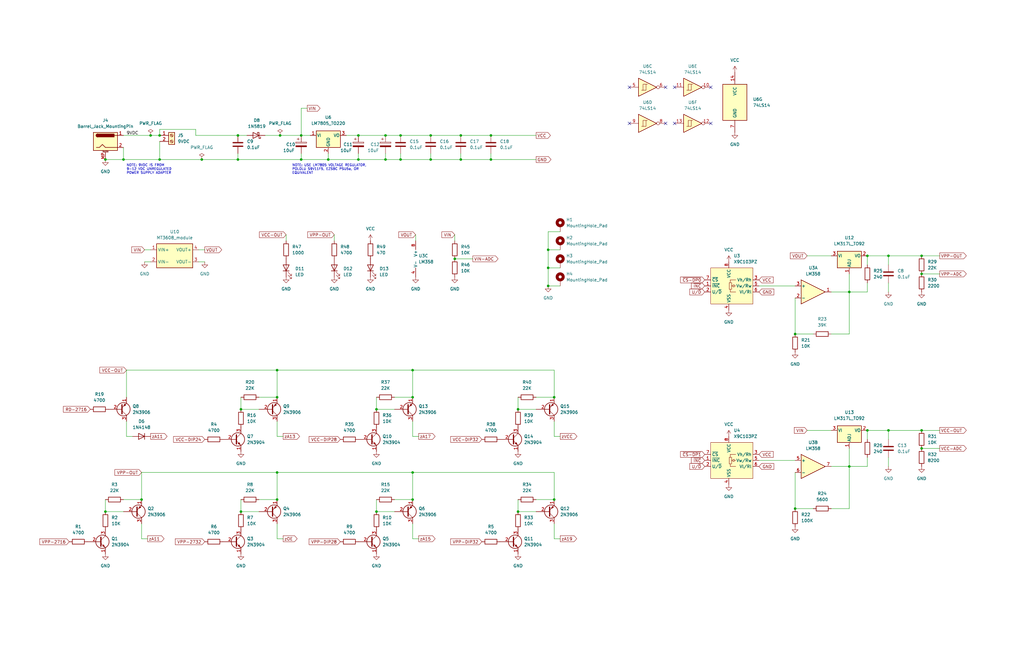
<source format=kicad_sch>
(kicad_sch (version 20211123) (generator eeschema)
  (paper "B")
  (junction (at 116.84 210.82))
  (junction (at 218.44 215.9))
  (junction (at 158.75 172.72))
  (junction (at 388.62 107.95))
  (junction (at 388.62 189.23))
  (junction (at 127 67.31))
  (junction (at 85.09 67.31))
  (junction (at 138.43 67.31))
  (junction (at 173.99 156.21))
  (junction (at 365.76 181.61))
  (junction (at 207.01 57.15))
  (junction (at 231.14 120.65))
  (junction (at 231.14 113.03))
  (junction (at 101.6 215.9))
  (junction (at 168.91 57.15))
  (junction (at 181.61 57.15))
  (junction (at 358.14 196.85))
  (junction (at 181.61 67.31))
  (junction (at 173.99 210.82))
  (junction (at 374.65 181.61))
  (junction (at 194.31 67.31))
  (junction (at 44.45 67.31))
  (junction (at 63.5 57.15))
  (junction (at 335.28 214.63))
  (junction (at 127 57.15))
  (junction (at 358.14 123.19))
  (junction (at 218.44 172.72))
  (junction (at 388.62 115.57))
  (junction (at 59.69 210.82))
  (junction (at 67.31 57.15))
  (junction (at 52.07 67.31))
  (junction (at 100.33 67.31))
  (junction (at 116.84 156.21))
  (junction (at 158.75 215.9))
  (junction (at 374.65 107.95))
  (junction (at 118.11 57.15))
  (junction (at 162.56 57.15))
  (junction (at 233.68 210.82))
  (junction (at 233.68 167.64))
  (junction (at 194.31 57.15))
  (junction (at 151.13 57.15))
  (junction (at 191.77 109.22))
  (junction (at 173.99 199.39))
  (junction (at 116.84 167.64))
  (junction (at 335.28 140.97))
  (junction (at 67.31 67.31))
  (junction (at 207.01 67.31))
  (junction (at 101.6 172.72))
  (junction (at 116.84 199.39))
  (junction (at 44.45 215.9))
  (junction (at 173.99 167.64))
  (junction (at 388.62 181.61))
  (junction (at 162.56 67.31))
  (junction (at 231.14 105.41))
  (junction (at 100.33 57.15))
  (junction (at 365.76 107.95))
  (junction (at 168.91 67.31))
  (junction (at 151.13 67.31))
  (no_connect (at 265.43 36.83))
  (no_connect (at 280.67 36.83))
  (no_connect (at 280.67 52.07))
  (no_connect (at 265.43 52.07))
  (no_connect (at 299.72 52.07))
  (no_connect (at 284.48 36.83))
  (no_connect (at 284.48 52.07))
  (no_connect (at 299.72 36.83))
  (wire (pts (xy 101.6 215.9) (xy 109.22 215.9)))
  (wire (pts (xy 52.07 210.82) (xy 59.69 210.82)))
  (wire (pts (xy 158.75 167.64) (xy 158.75 172.72)))
  (wire (pts (xy 233.68 220.98) (xy 233.68 227.33)))
  (wire (pts (xy 52.07 67.31) (xy 67.31 67.31)))
  (wire (pts (xy 168.91 67.31) (xy 181.61 67.31)))
  (wire (pts (xy 59.69 199.39) (xy 59.69 210.82)))
  (wire (pts (xy 116.84 184.15) (xy 119.38 184.15)))
  (wire (pts (xy 82.55 57.15) (xy 100.33 57.15)))
  (wire (pts (xy 233.68 184.15) (xy 236.22 184.15)))
  (wire (pts (xy 175.26 99.06) (xy 175.26 101.6)))
  (wire (pts (xy 158.75 210.82) (xy 158.75 215.9)))
  (wire (pts (xy 350.52 123.19) (xy 358.14 123.19)))
  (wire (pts (xy 320.04 194.31) (xy 335.28 194.31)))
  (wire (pts (xy 335.28 125.73) (xy 335.28 140.97)))
  (wire (pts (xy 350.52 214.63) (xy 358.14 214.63)))
  (wire (pts (xy 340.36 181.61) (xy 350.52 181.61)))
  (wire (pts (xy 342.9 140.97) (xy 335.28 140.97)))
  (wire (pts (xy 181.61 67.31) (xy 194.31 67.31)))
  (wire (pts (xy 100.33 67.31) (xy 127 67.31)))
  (wire (pts (xy 350.52 196.85) (xy 358.14 196.85)))
  (wire (pts (xy 151.13 67.31) (xy 162.56 67.31)))
  (wire (pts (xy 100.33 64.77) (xy 100.33 67.31)))
  (wire (pts (xy 151.13 64.77) (xy 151.13 67.31)))
  (wire (pts (xy 138.43 67.31) (xy 151.13 67.31)))
  (wire (pts (xy 173.99 199.39) (xy 233.68 199.39)))
  (wire (pts (xy 101.6 210.82) (xy 101.6 215.9)))
  (wire (pts (xy 83.82 105.41) (xy 86.36 105.41)))
  (wire (pts (xy 226.06 167.64) (xy 233.68 167.64)))
  (wire (pts (xy 358.14 123.19) (xy 358.14 115.57)))
  (wire (pts (xy 173.99 184.15) (xy 176.53 184.15)))
  (wire (pts (xy 181.61 57.15) (xy 194.31 57.15)))
  (wire (pts (xy 231.14 105.41) (xy 231.14 97.79)))
  (wire (pts (xy 365.76 107.95) (xy 365.76 111.76)))
  (wire (pts (xy 60.96 110.49) (xy 63.5 110.49)))
  (wire (pts (xy 181.61 64.77) (xy 181.61 67.31)))
  (wire (pts (xy 100.33 57.15) (xy 104.14 57.15)))
  (wire (pts (xy 138.43 64.77) (xy 138.43 67.31)))
  (wire (pts (xy 218.44 210.82) (xy 218.44 215.9)))
  (wire (pts (xy 173.99 227.33) (xy 176.53 227.33)))
  (wire (pts (xy 59.69 220.98) (xy 59.69 227.33)))
  (wire (pts (xy 365.76 181.61) (xy 365.76 185.42)))
  (wire (pts (xy 53.34 156.21) (xy 116.84 156.21)))
  (wire (pts (xy 52.07 57.15) (xy 63.5 57.15)))
  (wire (pts (xy 231.14 113.03) (xy 231.14 120.65)))
  (wire (pts (xy 374.65 193.04) (xy 374.65 196.85)))
  (wire (pts (xy 365.76 107.95) (xy 374.65 107.95)))
  (wire (pts (xy 151.13 57.15) (xy 162.56 57.15)))
  (wire (pts (xy 365.76 193.04) (xy 365.76 196.85)))
  (wire (pts (xy 116.84 156.21) (xy 116.84 167.64)))
  (wire (pts (xy 365.76 196.85) (xy 358.14 196.85)))
  (wire (pts (xy 233.68 199.39) (xy 233.68 210.82)))
  (wire (pts (xy 168.91 57.15) (xy 181.61 57.15)))
  (wire (pts (xy 60.96 105.41) (xy 63.5 105.41)))
  (wire (pts (xy 111.76 57.15) (xy 118.11 57.15)))
  (wire (pts (xy 207.01 67.31) (xy 226.06 67.31)))
  (wire (pts (xy 194.31 67.31) (xy 207.01 67.31)))
  (wire (pts (xy 168.91 64.77) (xy 168.91 67.31)))
  (wire (pts (xy 83.82 110.49) (xy 86.36 110.49)))
  (wire (pts (xy 374.65 107.95) (xy 374.65 111.76)))
  (wire (pts (xy 140.97 99.06) (xy 140.97 101.6)))
  (wire (pts (xy 191.77 109.22) (xy 199.39 109.22)))
  (wire (pts (xy 162.56 57.15) (xy 168.91 57.15)))
  (wire (pts (xy 158.75 172.72) (xy 166.37 172.72)))
  (wire (pts (xy 116.84 199.39) (xy 116.84 210.82)))
  (wire (pts (xy 44.45 215.9) (xy 52.07 215.9)))
  (wire (pts (xy 365.76 119.38) (xy 365.76 123.19)))
  (wire (pts (xy 236.22 120.65) (xy 231.14 120.65)))
  (wire (pts (xy 194.31 64.77) (xy 194.31 67.31)))
  (wire (pts (xy 374.65 107.95) (xy 388.62 107.95)))
  (wire (pts (xy 231.14 97.79) (xy 236.22 97.79)))
  (wire (pts (xy 173.99 177.8) (xy 173.99 184.15)))
  (wire (pts (xy 236.22 113.03) (xy 231.14 113.03)))
  (wire (pts (xy 350.52 140.97) (xy 358.14 140.97)))
  (wire (pts (xy 218.44 172.72) (xy 226.06 172.72)))
  (wire (pts (xy 218.44 167.64) (xy 218.44 172.72)))
  (wire (pts (xy 53.34 156.21) (xy 53.34 167.64)))
  (wire (pts (xy 191.77 99.06) (xy 191.77 101.6)))
  (wire (pts (xy 218.44 215.9) (xy 226.06 215.9)))
  (wire (pts (xy 226.06 210.82) (xy 233.68 210.82)))
  (wire (pts (xy 231.14 105.41) (xy 236.22 105.41)))
  (wire (pts (xy 166.37 167.64) (xy 173.99 167.64)))
  (wire (pts (xy 127 57.15) (xy 127 45.72)))
  (wire (pts (xy 52.07 67.31) (xy 44.45 67.31)))
  (wire (pts (xy 207.01 64.77) (xy 207.01 67.31)))
  (wire (pts (xy 358.14 214.63) (xy 358.14 196.85)))
  (wire (pts (xy 173.99 156.21) (xy 173.99 167.64)))
  (wire (pts (xy 109.22 167.64) (xy 116.84 167.64)))
  (wire (pts (xy 388.62 181.61) (xy 396.24 181.61)))
  (wire (pts (xy 365.76 123.19) (xy 358.14 123.19)))
  (wire (pts (xy 53.34 177.8) (xy 53.34 184.15)))
  (wire (pts (xy 118.11 57.15) (xy 127 57.15)))
  (wire (pts (xy 388.62 115.57) (xy 396.24 115.57)))
  (wire (pts (xy 116.84 227.33) (xy 119.38 227.33)))
  (wire (pts (xy 109.22 210.82) (xy 116.84 210.82)))
  (wire (pts (xy 388.62 189.23) (xy 396.24 189.23)))
  (wire (pts (xy 127 45.72) (xy 129.54 45.72)))
  (wire (pts (xy 127 64.77) (xy 127 67.31)))
  (wire (pts (xy 233.68 156.21) (xy 233.68 167.64)))
  (wire (pts (xy 116.84 177.8) (xy 116.84 184.15)))
  (wire (pts (xy 233.68 227.33) (xy 236.22 227.33)))
  (wire (pts (xy 374.65 181.61) (xy 388.62 181.61)))
  (wire (pts (xy 166.37 210.82) (xy 173.99 210.82)))
  (wire (pts (xy 358.14 140.97) (xy 358.14 123.19)))
  (wire (pts (xy 120.65 99.06) (xy 120.65 101.6)))
  (wire (pts (xy 173.99 220.98) (xy 173.99 227.33)))
  (wire (pts (xy 374.65 119.38) (xy 374.65 123.19)))
  (wire (pts (xy 116.84 199.39) (xy 173.99 199.39)))
  (wire (pts (xy 146.05 57.15) (xy 151.13 57.15)))
  (wire (pts (xy 101.6 172.72) (xy 109.22 172.72)))
  (wire (pts (xy 194.31 57.15) (xy 207.01 57.15)))
  (wire (pts (xy 233.68 177.8) (xy 233.68 184.15)))
  (wire (pts (xy 85.09 67.31) (xy 100.33 67.31)))
  (wire (pts (xy 127 67.31) (xy 138.43 67.31)))
  (wire (pts (xy 162.56 67.31) (xy 168.91 67.31)))
  (wire (pts (xy 207.01 57.15) (xy 226.06 57.15)))
  (wire (pts (xy 82.55 54.61) (xy 82.55 57.15)))
  (wire (pts (xy 59.69 227.33) (xy 62.23 227.33)))
  (wire (pts (xy 116.84 220.98) (xy 116.84 227.33)))
  (wire (pts (xy 101.6 167.64) (xy 101.6 172.72)))
  (wire (pts (xy 158.75 215.9) (xy 166.37 215.9)))
  (wire (pts (xy 116.84 156.21) (xy 173.99 156.21)))
  (wire (pts (xy 388.62 107.95) (xy 396.24 107.95)))
  (wire (pts (xy 44.45 210.82) (xy 44.45 215.9)))
  (wire (pts (xy 335.28 199.39) (xy 335.28 214.63)))
  (wire (pts (xy 52.07 62.23) (xy 52.07 67.31)))
  (wire (pts (xy 162.56 64.77) (xy 162.56 67.31)))
  (wire (pts (xy 59.69 199.39) (xy 116.84 199.39)))
  (wire (pts (xy 231.14 113.03) (xy 231.14 105.41)))
  (wire (pts (xy 127 57.15) (xy 130.81 57.15)))
  (wire (pts (xy 350.52 107.95) (xy 340.36 107.95)))
  (wire (pts (xy 67.31 59.69) (xy 67.31 67.31)))
  (wire (pts (xy 374.65 181.61) (xy 374.65 185.42)))
  (wire (pts (xy 53.34 184.15) (xy 55.88 184.15)))
  (wire (pts (xy 173.99 199.39) (xy 173.99 210.82)))
  (wire (pts (xy 320.04 120.65) (xy 335.28 120.65)))
  (wire (pts (xy 342.9 214.63) (xy 335.28 214.63)))
  (wire (pts (xy 358.14 196.85) (xy 358.14 189.23)))
  (wire (pts (xy 173.99 156.21) (xy 233.68 156.21)))
  (wire (pts (xy 63.5 57.15) (xy 67.31 57.15)))
  (wire (pts (xy 67.31 67.31) (xy 85.09 67.31)))
  (wire (pts (xy 67.31 54.61) (xy 82.55 54.61)))
  (wire (pts (xy 365.76 181.61) (xy 374.65 181.61)))
  (wire (pts (xy 67.31 57.15) (xy 67.31 54.61)))
  (text "NOTE: 9VDC IS FROM\n9-12 VDC UNREGULATED\nPOWER SUPPLY ADAPTER" (at 53.34 73.66 0) (effects (font (size 1 1)) (justify left bottom)))
  (text "NOTE: USE LM7805 VOLTAGE REGULATOR,\nPOLOLU S9V11F5, EZSBC PSU5a, OR\nEQUIVALENT" (at 123.19 73.66 0) (effects (font (size 1 1)) (justify left bottom)))
  (label "9VDC" (at 53.34 57.15 0))
  (global_label "VIN" (shape output) (at 129.54 45.72 0) (property "Intersheet References" "${INTERSHEET_REFS}" (effects hide)))
  (global_label "GND" (shape input) (at 320.04 123.19 0) (property "Intersheet References" "${INTERSHEET_REFS}" (effects hide)))
  (global_label "VPP-ADC" (shape output) (at 396.24 115.57 0) (property "Intersheet References" "${INTERSHEET_REFS}" (effects hide)))
  (global_label "VCC" (shape input) (at 320.04 191.77 0) (property "Intersheet References" "${INTERSHEET_REFS}" (effects hide)))
  (global_label "VOUT" (shape output) (at 86.36 105.41 0) (property "Intersheet References" "${INTERSHEET_REFS}" (effects hide)))
  (global_label "~{CS-DP0}" (shape input) (at 297.18 118.11 180) (property "Intersheet References" "${INTERSHEET_REFS}" (effects hide)))
  (global_label "VCC-OUT" (shape input) (at 53.34 156.21 180) (property "Intersheet References" "${INTERSHEET_REFS}" (effects hide)))
  (global_label "VCC-DIP24" (shape input) (at 86.36 185.42 180) (property "Intersheet References" "${INTERSHEET_REFS}" (effects hide)))
  (global_label "zA17" (shape output) (at 176.53 184.15 0) (property "Intersheet References" "${INTERSHEET_REFS}" (effects hide)))
  (global_label "~{INC}" (shape input) (at 297.18 194.31 180) (property "Intersheet References" "${INTERSHEET_REFS}" (effects hide)))
  (global_label "VOUT" (shape input) (at 175.26 99.06 180) (property "Intersheet References" "${INTERSHEET_REFS}" (effects hide)))
  (global_label "VPP-OUT" (shape output) (at 396.24 107.95 0) (property "Intersheet References" "${INTERSHEET_REFS}" (effects hide)))
  (global_label "VOUT" (shape input) (at 340.36 107.95 180) (property "Intersheet References" "${INTERSHEET_REFS}" (effects hide)))
  (global_label "VPP-OUT" (shape input) (at 59.69 199.39 180) (property "Intersheet References" "${INTERSHEET_REFS}" (effects hide)))
  (global_label "VCC-DIP32" (shape input) (at 203.2 185.42 180) (property "Intersheet References" "${INTERSHEET_REFS}" (effects hide)))
  (global_label "VIN" (shape input) (at 340.36 181.61 180) (property "Intersheet References" "${INTERSHEET_REFS}" (effects hide)))
  (global_label "~{INC}" (shape input) (at 297.18 120.65 180) (property "Intersheet References" "${INTERSHEET_REFS}" (effects hide)))
  (global_label "VIN-ADC" (shape output) (at 199.39 109.22 0) (property "Intersheet References" "${INTERSHEET_REFS}" (effects hide)))
  (global_label "RD-2716" (shape input) (at 38.1 172.72 180) (property "Intersheet References" "${INTERSHEET_REFS}" (effects hide)))
  (global_label "VPP-DIP28" (shape input) (at 143.51 228.6 180) (property "Intersheet References" "${INTERSHEET_REFS}" (effects hide)))
  (global_label "VPP-2716" (shape input) (at 29.21 228.6 180) (property "Intersheet References" "${INTERSHEET_REFS}" (effects hide)))
  (global_label "VPP-DIP32" (shape input) (at 203.2 228.6 180) (property "Intersheet References" "${INTERSHEET_REFS}" (effects hide)))
  (global_label "VCC" (shape output) (at 226.06 57.15 0) (property "Intersheet References" "${INTERSHEET_REFS}" (effects hide)))
  (global_label "zA13" (shape output) (at 119.38 184.15 0) (property "Intersheet References" "${INTERSHEET_REFS}" (effects hide)))
  (global_label "GND" (shape output) (at 226.06 67.31 0) (property "Intersheet References" "${INTERSHEET_REFS}" (effects hide)))
  (global_label "zA11" (shape output) (at 63.5 184.15 0) (property "Intersheet References" "${INTERSHEET_REFS}" (effects hide)))
  (global_label "VCC-ADC" (shape output) (at 396.24 189.23 0) (property "Intersheet References" "${INTERSHEET_REFS}" (effects hide)))
  (global_label "VCC-DIP28" (shape input) (at 143.51 185.42 180) (property "Intersheet References" "${INTERSHEET_REFS}" (effects hide)))
  (global_label "zA11" (shape output) (at 62.23 227.33 0) (property "Intersheet References" "${INTERSHEET_REFS}" (effects hide)))
  (global_label "VIN" (shape input) (at 191.77 99.06 180) (property "Intersheet References" "${INTERSHEET_REFS}" (effects hide)))
  (global_label "U{slash}~{D}" (shape input) (at 297.18 196.85 180) (property "Intersheet References" "${INTERSHEET_REFS}" (effects hide)))
  (global_label "zA19" (shape output) (at 236.22 227.33 0) (property "Intersheet References" "${INTERSHEET_REFS}" (effects hide)))
  (global_label "zA15" (shape output) (at 176.53 227.33 0) (property "Intersheet References" "${INTERSHEET_REFS}" (effects hide)))
  (global_label "VCC-OUT" (shape output) (at 396.24 181.61 0) (property "Intersheet References" "${INTERSHEET_REFS}" (effects hide)))
  (global_label "~{CS-DP1}" (shape input) (at 297.18 191.77 180) (property "Intersheet References" "${INTERSHEET_REFS}" (effects hide)))
  (global_label "zVCC" (shape output) (at 236.22 184.15 0) (property "Intersheet References" "${INTERSHEET_REFS}" (effects hide)))
  (global_label "GND" (shape input) (at 320.04 196.85 0) (property "Intersheet References" "${INTERSHEET_REFS}" (effects hide)))
  (global_label "VPP-OUT" (shape input) (at 140.97 99.06 180) (property "Intersheet References" "${INTERSHEET_REFS}" (effects hide)))
  (global_label "U{slash}~{D}" (shape input) (at 297.18 123.19 180) (property "Intersheet References" "${INTERSHEET_REFS}" (effects hide)))
  (global_label "VPP-2732" (shape input) (at 86.36 228.6 180) (property "Intersheet References" "${INTERSHEET_REFS}" (effects hide)))
  (global_label "VCC-OUT" (shape input) (at 120.65 99.06 180) (property "Intersheet References" "${INTERSHEET_REFS}" (effects hide)))
  (global_label "zOE" (shape output) (at 119.38 227.33 0) (property "Intersheet References" "${INTERSHEET_REFS}" (effects hide)))
  (global_label "VCC" (shape input) (at 320.04 118.11 0) (property "Intersheet References" "${INTERSHEET_REFS}" (effects hide)))
  (global_label "VIN" (shape input) (at 60.96 105.41 180) (property "Intersheet References" "${INTERSHEET_REFS}" (effects hide)))
  (symbol (lib_id "power:PWR_FLAG") (at 63.5 57.15 0) (unit 1)
    (property "Reference" "#FLG01" (effects hide))
    (property "Value" "PWR_FLAG" (at 63.5 52.07 0))
  )
  (symbol (lib_id "74xx:74LS14") (at 273.05 52.07 0) (unit 4)
    (property "Reference" "U6" (at 273.05 43.18 0))
    (property "Value" "74LS14" (at 273.05 45.72 0))
    (property "Datasheet" "http://www.ti.com/lit/gpn/sn74LS14" (effects hide))
  )
  (symbol (lib_id "Device:R") (at 346.71 140.97 90) (unit 1)
    (property "Reference" "R23" (at 346.71 134.62 90))
    (property "Value" "39K" (at 346.71 137.16 90))
    (property "Footprint" "Resistor_THT:R_Axial_DIN0207_L6.3mm_D2.5mm_P7.62mm_Horizontal" (effects hide))
  )
  (symbol (lib_id "Transistor_BJT:2N3904") (at 41.91 228.6 0) (unit 1)
    (property "Reference" "Q1" (at 46.99 227.3299 0) (effects (justify left)))
    (property "Value" "2N3904" (at 46.99 229.8699 0) (effects (justify left)))
    (property "Footprint" "Package_TO_SOT_THT:TO-92_HandSolder" (effects hide))
    (property "Datasheet" "https://www.onsemi.com/pub/Collateral/2N3903-D.PDF" (effects hide))
  )
  (symbol (lib_id "Device:R") (at 346.71 214.63 90) (unit 1)
    (property "Reference" "R24" (at 346.71 208.28 90))
    (property "Value" "5600" (at 346.71 210.82 90))
    (property "Footprint" "Resistor_THT:R_Axial_DIN0207_L6.3mm_D2.5mm_P7.62mm_Horizontal" (effects hide))
  )
  (symbol (lib_id "Device:R") (at 101.6 176.53 0) (unit 1)
    (property "Reference" "R16" (at 104.14 175.2599 0) (effects (justify left)))
    (property "Value" "10K" (at 104.14 177.7999 0) (effects (justify left)))
    (property "Footprint" "Resistor_THT:R_Axial_DIN0207_L6.3mm_D2.5mm_P7.62mm_Horizontal" (effects hide))
  )
  (symbol (lib_id "Transistor_BJT:2N3904") (at 156.21 228.6 0) (unit 1)
    (property "Reference" "Q5" (at 161.29 227.3299 0) (effects (justify left)))
    (property "Value" "2N3904" (at 161.29 229.8699 0) (effects (justify left)))
    (property "Footprint" "Package_TO_SOT_THT:TO-92_HandSolder" (effects hide))
    (property "Datasheet" "https://www.onsemi.com/pub/Collateral/2N3903-D.PDF" (effects hide))
  )
  (symbol (lib_id "Device:R") (at 147.32 185.42 90) (unit 1)
    (property "Reference" "R35" (at 147.32 179.07 90))
    (property "Value" "4700" (at 147.32 181.61 90))
    (property "Footprint" "Resistor_THT:R_Axial_DIN0207_L6.3mm_D2.5mm_P7.62mm_Horizontal" (effects hide))
  )
  (symbol (lib_id "Device:C") (at 374.65 189.23 0) (unit 1)
    (property "Reference" "C13" (at 378.46 187.9599 0) (effects (justify left)))
    (property "Value" "0.1uF" (at 378.46 190.4999 0) (effects (justify left)))
    (property "Footprint" "Capacitor_THT:C_Disc_D5.0mm_W2.5mm_P5.00mm" (effects hide))
  )
  (symbol (lib_id "Device:R") (at 147.32 228.6 90) (unit 1)
    (property "Reference" "R9" (at 147.32 222.25 90))
    (property "Value" "4700" (at 147.32 224.79 90))
    (property "Footprint" "Resistor_THT:R_Axial_DIN0207_L6.3mm_D2.5mm_P7.62mm_Horizontal" (effects hide))
  )
  (symbol (lib_id "Device:R") (at 365.76 115.57 0) (unit 1)
    (property "Reference" "R25" (at 368.3 114.2999 0) (effects (justify left)))
    (property "Value" "240" (at 368.3 116.8399 0) (effects (justify left)))
    (property "Footprint" "Resistor_THT:R_Axial_DIN0207_L6.3mm_D2.5mm_P7.62mm_Horizontal" (effects hide))
  )
  (symbol (lib_id "Transistor_BJT:2N3906") (at 171.45 172.72 0) (mirror x) (unit 1)
    (property "Reference" "Q13" (at 176.53 171.4499 0) (effects (justify left)))
    (property "Value" "2N3906" (at 176.53 173.9899 0) (effects (justify left)))
    (property "Footprint" "Package_TO_SOT_THT:TO-92_HandSolder" (effects hide))
    (property "Datasheet" "https://www.onsemi.com/pub/Collateral/2N3906-D.PDF" (effects hide))
  )
  (symbol (lib_id "power:GND") (at 44.45 67.31 0) (unit 1)
    (property "Reference" "#PWR017" (effects hide))
    (property "Value" "GND" (at 44.45 72.39 0))
  )
  (symbol (lib_id "Device:R") (at 158.75 219.71 0) (unit 1)
    (property "Reference" "R10" (at 161.29 218.4399 0) (effects (justify left)))
    (property "Value" "10K" (at 161.29 220.9799 0) (effects (justify left)))
    (property "Footprint" "Resistor_THT:R_Axial_DIN0207_L6.3mm_D2.5mm_P7.62mm_Horizontal" (effects hide))
  )
  (symbol (lib_id "Device:R") (at 162.56 167.64 90) (unit 1)
    (property "Reference" "R37" (at 162.56 161.29 90))
    (property "Value" "22K" (at 162.56 163.83 90))
    (property "Footprint" "Resistor_THT:R_Axial_DIN0207_L6.3mm_D2.5mm_P7.62mm_Horizontal" (effects hide))
  )
  (symbol (lib_id "Device:R") (at 218.44 219.71 0) (unit 1)
    (property "Reference" "R33" (at 220.98 218.4399 0) (effects (justify left)))
    (property "Value" "10K" (at 220.98 220.9799 0) (effects (justify left)))
    (property "Footprint" "Resistor_THT:R_Axial_DIN0207_L6.3mm_D2.5mm_P7.62mm_Horizontal" (effects hide))
  )
  (symbol (lib_id "Connector:Barrel_Jack_MountingPin") (at 44.45 59.69 0) (unit 1)
    (property "Reference" "J4" (at 44.45 50.8 0))
    (property "Value" "Barrel_Jack_MountingPin" (at 44.45 53.34 0))
    (property "Footprint" "Connector_BarrelJack:BarrelJack_Horizontal" (effects hide))
  )
  (symbol (lib_id "Device:R") (at 335.28 218.44 0) (unit 1)
    (property "Reference" "R22" (at 337.82 217.1699 0) (effects (justify left)))
    (property "Value" "100K" (at 337.82 219.7099 0) (effects (justify left)))
    (property "Footprint" "Resistor_THT:R_Axial_DIN0207_L6.3mm_D2.5mm_P7.62mm_Horizontal" (effects hide))
  )
  (symbol (lib_id "Device:R") (at 388.62 119.38 0) (unit 1)
    (property "Reference" "R30" (at 391.16 118.1099 0) (effects (justify left)))
    (property "Value" "2200" (at 391.16 120.6499 0) (effects (justify left)))
    (property "Footprint" "Resistor_THT:R_Axial_DIN0207_L6.3mm_D2.5mm_P7.62mm_Horizontal" (effects hide))
  )
  (symbol (lib_id "power:GND") (at 175.26 116.84 0) (unit 1)
    (property "Reference" "#PWR023" (effects hide))
    (property "Value" "GND" (at 175.26 121.92 0))
  )
  (symbol (lib_id "Device:C_Polarized") (at 162.56 60.96 0) (unit 1)
    (property "Reference" "C12" (at 156.21 60.96 0) (effects (justify left)))
    (property "Value" "10uF" (at 154.94 63.5 0) (effects (justify left)))
    (property "Footprint" "Capacitor_THT:CP_Radial_D5.0mm_P2.50mm" (effects hide))
  )
  (symbol (lib_id "power:GND") (at 335.28 222.25 0) (unit 1)
    (property "Reference" "#PWR022" (effects hide))
    (property "Value" "GND" (at 335.28 227.33 0))
  )
  (symbol (lib_id "power:GND") (at 309.88 55.88 0) (unit 1)
    (property "Reference" "#PWR072" (effects hide))
    (property "Value" "GND" (at 309.88 60.96 0))
  )
  (symbol (lib_id "Device:R") (at 335.28 144.78 0) (unit 1)
    (property "Reference" "R21" (at 337.82 143.5099 0) (effects (justify left)))
    (property "Value" "10K" (at 337.82 146.0499 0) (effects (justify left)))
    (property "Footprint" "Resistor_THT:R_Axial_DIN0207_L6.3mm_D2.5mm_P7.62mm_Horizontal" (effects hide))
  )
  (symbol (lib_id "power:GND") (at 388.62 123.19 0) (unit 1)
    (property "Reference" "#PWR028" (effects hide))
    (property "Value" "GND" (at 388.62 128.27 0))
  )
  (symbol (lib_id "power:GND") (at 374.65 123.19 0) (unit 1)
    (property "Reference" "#PWR026" (effects hide))
    (property "Value" "GND" (at 374.65 128.27 0))
  )
  (symbol (lib_id "74xx:74LS14") (at 309.88 43.18 0) (unit 7)
    (property "Reference" "U6" (at 317.5 41.9099 0) (effects (justify left)))
    (property "Value" "74LS14" (at 317.5 44.4499 0) (effects (justify left)))
    (property "Datasheet" "http://www.ti.com/lit/gpn/sn74LS14" (effects hide))
  )
  (symbol (lib_id "74xx:74LS14") (at 273.05 36.83 0) (unit 3)
    (property "Reference" "U6" (at 273.05 27.94 0))
    (property "Value" "74LS14" (at 273.05 30.48 0))
    (property "Datasheet" "http://www.ti.com/lit/gpn/sn74LS14" (effects hide))
  )
  (symbol (lib_id "Transistor_BJT:2N3906") (at 50.8 172.72 0) (mirror x) (unit 1)
    (property "Reference" "Q8" (at 55.88 171.4499 0) (effects (justify left)))
    (property "Value" "2N3906" (at 55.88 173.9899 0) (effects (justify left)))
    (property "Footprint" "Package_TO_SOT_THT:TO-92_HandSolder" (effects hide))
    (property "Datasheet" "https://www.onsemi.com/pub/Collateral/2N3906-D.PDF" (effects hide))
  )
  (symbol (lib_id "power:PWR_FLAG") (at 85.09 67.31 0) (unit 1)
    (property "Reference" "#FLG03" (effects hide))
    (property "Value" "PWR_FLAG" (at 85.09 62.23 0))
  )
  (symbol (lib_id "Regulator_Linear:LM7805_TO220") (at 138.43 57.15 0) (unit 1)
    (property "Reference" "U6" (at 138.43 49.53 0))
    (property "Value" "LM7805_TO220" (at 138.43 52.07 0))
    (property "Footprint" "Package_TO_SOT_THT:TO-220-3_Horizontal_TabDown" (effects hide))
    (property "Datasheet" "https://www.onsemi.cn/PowerSolutions/document/MC7800-D.PDF" (effects hide))
  )
  (symbol (lib_id "power:GND") (at 101.6 233.68 0) (unit 1)
    (property "Reference" "#PWR09" (effects hide))
    (property "Value" "GND" (at 101.6 238.76 0))
  )
  (symbol (lib_id "Transistor_BJT:2N3906") (at 231.14 172.72 0) (mirror x) (unit 1)
    (property "Reference" "Q15" (at 236.22 171.4499 0) (effects (justify left)))
    (property "Value" "2N3906" (at 236.22 173.9899 0) (effects (justify left)))
    (property "Footprint" "Package_TO_SOT_THT:TO-92_HandSolder" (effects hide))
    (property "Datasheet" "https://www.onsemi.com/pub/Collateral/2N3906-D.PDF" (effects hide))
  )
  (symbol (lib_id "power:GND") (at 231.14 120.65 0) (unit 1)
    (property "Reference" "#PWR016" (effects hide))
    (property "Value" "GND" (at 231.14 125.73 0))
  )
  (symbol (lib_id "Device:R") (at 90.17 228.6 90) (unit 1)
    (property "Reference" "R6" (at 90.17 222.25 90))
    (property "Value" "4700" (at 90.17 224.79 90))
    (property "Footprint" "Resistor_THT:R_Axial_DIN0207_L6.3mm_D2.5mm_P7.62mm_Horizontal" (effects hide))
  )
  (symbol (lib_id "Device:R") (at 207.01 228.6 90) (unit 1)
    (property "Reference" "R5" (at 207.01 222.25 90))
    (property "Value" "4700" (at 207.01 224.79 90))
    (property "Footprint" "Resistor_THT:R_Axial_DIN0207_L6.3mm_D2.5mm_P7.62mm_Horizontal" (effects hide))
  )
  (symbol (lib_id "X9Cxxx:X9C103PZ") (at 308.61 194.31 0) (unit 1)
    (property "Reference" "U4" (at 309.3594 181.61 0) (effects (justify left)))
    (property "Value" "X9C103PZ" (at 309.3594 184.15 0) (effects (justify left)))
    (property "Footprint" "Package_DIP:DIP-8_W7.62mm_Socket" (effects hide))
    (property "Datasheet" "https://www.renesas.com/us/en/document/dst/x9c102-x9c103-x9c104-x9c503-datasheet" (effects hide))
  )
  (symbol (lib_id "power:GND") (at 158.75 233.68 0) (unit 1)
    (property "Reference" "#PWR011" (effects hide))
    (property "Value" "GND" (at 158.75 238.76 0))
  )
  (symbol (lib_id "power:PWR_FLAG") (at 118.11 57.15 0) (unit 1)
    (property "Reference" "#FLG04" (effects hide))
    (property "Value" "PWR_FLAG" (at 118.11 52.07 0))
  )
  (symbol (lib_id "Transistor_BJT:2N3904") (at 99.06 185.42 0) (unit 1)
    (property "Reference" "Q7" (at 104.14 184.1499 0) (effects (justify left)))
    (property "Value" "2N3904" (at 104.14 186.6899 0) (effects (justify left)))
    (property "Footprint" "Package_TO_SOT_THT:TO-92_HandSolder" (effects hide))
    (property "Datasheet" "https://www.onsemi.com/pub/Collateral/2N3903-D.PDF" (effects hide))
  )
  (symbol (lib_id "power:VCC") (at 307.34 110.49 0) (unit 1)
    (property "Reference" "#PWR051" (effects hide))
    (property "Value" "VCC" (at 307.34 105.41 0))
  )
  (symbol (lib_id "Transistor_BJT:2N3906") (at 114.3 215.9 0) (mirror x) (unit 1)
    (property "Reference" "Q4" (at 119.38 214.6299 0) (effects (justify left)))
    (property "Value" "2N3906" (at 119.38 217.1699 0) (effects (justify left)))
    (property "Footprint" "Package_TO_SOT_THT:TO-92_HandSolder" (effects hide))
    (property "Datasheet" "https://www.onsemi.com/pub/Collateral/2N3906-D.PDF" (effects hide))
  )
  (symbol (lib_id "power:GND") (at 307.34 204.47 0) (unit 1)
    (property "Reference" "#PWR057" (effects hide))
    (property "Value" "GND" (at 307.34 209.55 0))
  )
  (symbol (lib_id "Amplifier_Operational:LM358") (at 342.9 123.19 0) (unit 1)
    (property "Reference" "U3" (at 342.9 113.03 0))
    (property "Value" "LM358" (at 342.9 115.57 0))
    (property "Footprint" "Package_DIP:DIP-8_W7.62mm_Socket" (effects hide))
    (property "Datasheet" "http://www.ti.com/lit/ds/symlink/lm2904-n.pdf" (effects hide))
  )
  (symbol (lib_id "Device:C_Polarized") (at 127 60.96 0) (unit 1)
    (property "Reference" "C10" (at 120.65 60.96 0) (effects (justify left)))
    (property "Value" "10uF" (at 119.38 63.5 0) (effects (justify left)))
    (property "Footprint" "Capacitor_THT:CP_Radial_D5.0mm_P2.50mm" (effects hide))
  )
  (symbol (lib_id "Amplifier_Operational:LM358") (at 342.9 196.85 0) (unit 2)
    (property "Reference" "U3" (at 342.9 186.69 0))
    (property "Value" "LM358" (at 342.9 189.23 0))
    (property "Footprint" "Package_DIP:DIP-8_W7.62mm_Socket" (effects hide))
    (property "Datasheet" "http://www.ti.com/lit/ds/symlink/lm2904-n.pdf" (effects hide))
  )
  (symbol (lib_id "Transistor_BJT:2N3904") (at 156.21 185.42 0) (unit 1)
    (property "Reference" "Q10" (at 161.29 184.1499 0) (effects (justify left)))
    (property "Value" "2N3904" (at 161.29 186.6899 0) (effects (justify left)))
    (property "Footprint" "Package_TO_SOT_THT:TO-92_HandSolder" (effects hide))
    (property "Datasheet" "https://www.onsemi.com/pub/Collateral/2N3903-D.PDF" (effects hide))
  )
  (symbol (lib_id "Device:R") (at 156.21 105.41 0) (unit 1)
    (property "Reference" "R49" (at 158.75 104.1399 0) (effects (justify left)))
    (property "Value" "470" (at 158.75 106.6799 0) (effects (justify left)))
    (property "Footprint" "Resistor_THT:R_Axial_DIN0207_L6.3mm_D2.5mm_P7.62mm_Horizontal" (effects hide))
  )
  (symbol (lib_id "power:GND") (at 140.97 116.84 0) (unit 1)
    (property "Reference" "#PWR037" (effects hide))
    (property "Value" "GND" (at 140.97 121.92 0))
  )
  (symbol (lib_id "Mechanical:MountingHole_Pad") (at 236.22 118.11 0) (unit 1)
    (property "Reference" "H4" (at 238.76 115.5699 0) (effects (justify left)))
    (property "Value" "MountingHole_Pad" (at 238.76 118.1099 0) (effects (justify left)))
    (property "Footprint" "MountingHole:MountingHole_3.2mm_M3_Pad" (effects hide))
  )
  (symbol (lib_id "Device:R") (at 388.62 193.04 0) (unit 1)
    (property "Reference" "R32" (at 391.16 191.7699 0) (effects (justify left)))
    (property "Value" "8200" (at 391.16 194.3099 0) (effects (justify left)))
    (property "Footprint" "Resistor_THT:R_Axial_DIN0207_L6.3mm_D2.5mm_P7.62mm_Horizontal" (effects hide))
  )
  (symbol (lib_id "power:GND") (at 60.96 110.49 0) (unit 1)
    (property "Reference" "#PWR043" (effects hide))
    (property "Value" "GND" (at 60.96 115.57 0))
  )
  (symbol (lib_id "Diode:1N4148") (at 59.69 184.15 180) (unit 1)
    (property "Reference" "D6" (at 59.69 177.8 0))
    (property "Value" "1N4148" (at 59.69 180.34 0))
    (property "Footprint" "Diode_THT:D_DO-35_SOD27_P7.62mm_Horizontal" (effects hide))
    (property "Datasheet" "https://assets.nexperia.com/documents/data-sheet/1N4148_1N4448.pdf" (effects hide))
  )
  (symbol (lib_id "power:VCC") (at 309.88 30.48 0) (unit 1)
    (property "Reference" "#PWR071" (effects hide))
    (property "Value" "VCC" (at 309.88 25.4 0))
  )
  (symbol (lib_id "Device:C") (at 100.33 60.96 0) (unit 1)
    (property "Reference" "C9" (at 104.14 59.6899 0) (effects (justify left)))
    (property "Value" "0.1uF" (at 104.14 62.2299 0) (effects (justify left)))
    (property "Footprint" "Capacitor_THT:C_Disc_D5.0mm_W2.5mm_P5.00mm" (effects hide))
  )
  (symbol (lib_id "Device:R") (at 207.01 185.42 90) (unit 1)
    (property "Reference" "R38" (at 207.01 179.07 90))
    (property "Value" "4700" (at 207.01 181.61 90))
    (property "Footprint" "Resistor_THT:R_Axial_DIN0207_L6.3mm_D2.5mm_P7.62mm_Horizontal" (effects hide))
  )
  (symbol (lib_id "power:GND") (at 374.65 196.85 0) (unit 1)
    (property "Reference" "#PWR027" (effects hide))
    (property "Value" "GND" (at 374.65 201.93 0))
  )
  (symbol (lib_id "Device:C") (at 207.01 60.96 0) (unit 1)
    (property "Reference" "C18" (at 210.82 59.6899 0) (effects (justify left)))
    (property "Value" "0.1uF" (at 210.82 62.2299 0) (effects (justify left)))
    (property "Footprint" "Capacitor_THT:C_Disc_D5.0mm_W2.5mm_P5.00mm" (effects hide))
  )
  (symbol (lib_id "Device:R") (at 105.41 167.64 90) (unit 1)
    (property "Reference" "R20" (at 105.41 161.29 90))
    (property "Value" "22K" (at 105.41 163.83 90))
    (property "Footprint" "Resistor_THT:R_Axial_DIN0207_L6.3mm_D2.5mm_P7.62mm_Horizontal" (effects hide))
  )
  (symbol (lib_id "Mechanical:MountingHole_Pad") (at 236.22 102.87 0) (unit 1)
    (property "Reference" "H2" (at 238.76 100.3299 0) (effects (justify left)))
    (property "Value" "MountingHole_Pad" (at 238.76 102.8699 0) (effects (justify left)))
    (property "Footprint" "MountingHole:MountingHole_3.2mm_M3_Pad" (effects hide))
  )
  (symbol (lib_id "X9Cxxx:X9C103PZ") (at 308.61 120.65 0) (unit 1)
    (property "Reference" "U3" (at 309.3594 107.95 0) (effects (justify left)))
    (property "Value" "X9C103PZ" (at 309.3594 110.49 0) (effects (justify left)))
    (property "Footprint" "Package_DIP:DIP-8_W7.62mm_Socket" (effects hide))
    (property "Datasheet" "https://www.renesas.com/us/en/document/dst/x9c102-x9c103-x9c104-x9c503-datasheet" (effects hide))
  )
  (symbol (lib_id "Device:R") (at 33.02 228.6 90) (unit 1)
    (property "Reference" "R1" (at 33.02 222.25 90))
    (property "Value" "4700" (at 33.02 224.79 90))
    (property "Footprint" "Resistor_THT:R_Axial_DIN0207_L6.3mm_D2.5mm_P7.62mm_Horizontal" (effects hide))
  )
  (symbol (lib_id "Device:C") (at 181.61 60.96 0) (unit 1)
    (property "Reference" "C16" (at 185.42 59.6899 0) (effects (justify left)))
    (property "Value" "0.1uF" (at 185.42 62.2299 0) (effects (justify left)))
    (property "Footprint" "Capacitor_THT:C_Disc_D5.0mm_W2.5mm_P5.00mm" (effects hide))
  )
  (symbol (lib_id "power:GND") (at 388.62 196.85 0) (unit 1)
    (property "Reference" "#PWR029" (effects hide))
    (property "Value" "GND" (at 388.62 201.93 0))
  )
  (symbol (lib_id "Device:R") (at 41.91 172.72 90) (unit 1)
    (property "Reference" "R19" (at 41.91 166.37 90))
    (property "Value" "4700" (at 41.91 168.91 90))
    (property "Footprint" "Resistor_THT:R_Axial_DIN0207_L6.3mm_D2.5mm_P7.62mm_Horizontal" (effects hide))
  )
  (symbol (lib_id "Device:R") (at 388.62 185.42 0) (unit 1)
    (property "Reference" "R31" (at 391.16 184.1499 0) (effects (justify left)))
    (property "Value" "10K" (at 391.16 186.6899 0) (effects (justify left)))
    (property "Footprint" "Resistor_THT:R_Axial_DIN0207_L6.3mm_D2.5mm_P7.62mm_Horizontal" (effects hide))
  )
  (symbol (lib_id "power:GND") (at 158.75 190.5 0) (unit 1)
    (property "Reference" "#PWR012" (effects hide))
    (property "Value" "GND" (at 158.75 195.58 0))
  )
  (symbol (lib_id "Transistor_BJT:2N3904") (at 99.06 228.6 0) (unit 1)
    (property "Reference" "Q3" (at 104.14 227.3299 0) (effects (justify left)))
    (property "Value" "2N3904" (at 104.14 229.8699 0) (effects (justify left)))
    (property "Footprint" "Package_TO_SOT_THT:TO-92_HandSolder" (effects hide))
    (property "Datasheet" "https://www.onsemi.com/pub/Collateral/2N3903-D.PDF" (effects hide))
  )
  (symbol (lib_id "Amplifier_Operational:LM358") (at 177.8 109.22 0) (unit 3)
    (property "Reference" "U3" (at 176.53 107.9499 0) (effects (justify left)))
    (property "Value" "LM358" (at 176.53 110.4899 0) (effects (justify left)))
    (property "Footprint" "Package_DIP:DIP-8_W7.62mm_Socket" (effects hide))
    (property "Datasheet" "http://www.ti.com/lit/ds/symlink/lm2904-n.pdf" (effects hide))
  )
  (symbol (lib_id "Device:R") (at 90.17 185.42 90) (unit 1)
    (property "Reference" "R4" (at 90.17 179.07 90))
    (property "Value" "4700" (at 90.17 181.61 90))
    (property "Footprint" "Resistor_THT:R_Axial_DIN0207_L6.3mm_D2.5mm_P7.62mm_Horizontal" (effects hide))
  )
  (symbol (lib_id "Transistor_BJT:2N3906") (at 231.14 215.9 0) (mirror x) (unit 1)
    (property "Reference" "Q12" (at 236.22 214.6299 0) (effects (justify left)))
    (property "Value" "2N3906" (at 236.22 217.1699 0) (effects (justify left)))
    (property "Footprint" "Package_TO_SOT_THT:TO-92_HandSolder" (effects hide))
    (property "Datasheet" "https://www.onsemi.com/pub/Collateral/2N3906-D.PDF" (effects hide))
  )
  (symbol (lib_id "Device:LED") (at 140.97 113.03 90) (unit 1)
    (property "Reference" "D12" (at 144.78 113.3474 90) (effects (justify right)))
    (property "Value" "LED" (at 144.78 115.8874 90) (effects (justify right)))
    (property "Footprint" "LED_THT:LED_D3.0mm" (effects hide))
  )
  (symbol (lib_id "Transistor_BJT:2N3906") (at 57.15 215.9 0) (mirror x) (unit 1)
    (property "Reference" "Q2" (at 62.23 214.6299 0) (effects (justify left)))
    (property "Value" "2N3906" (at 62.23 217.1699 0) (effects (justify left)))
    (property "Footprint" "Package_TO_SOT_THT:TO-92_HandSolder" (effects hide))
    (property "Datasheet" "https://www.onsemi.com/pub/Collateral/2N3906-D.PDF" (effects hide))
  )
  (symbol (lib_id "Connector:Screw_Terminal_01x02") (at 72.39 57.15 0) (unit 1)
    (property "Reference" "J5" (at 74.93 57.1499 0) (effects (justify left)))
    (property "Value" "9VDC" (at 74.93 59.6899 0) (effects (justify left)))
    (property "Footprint" "TerminalBlock_Phoenix:TerminalBlock_Phoenix_MKDS-1,5-2-5.08_1x02_P5.08mm_Horizontal" (effects hide))
  )
  (symbol (lib_id "Device:R") (at 191.77 113.03 0) (unit 1)
    (property "Reference" "R46" (at 194.31 111.7599 0) (effects (justify left)))
    (property "Value" "10K" (at 194.31 114.2999 0) (effects (justify left)))
    (property "Footprint" "Resistor_THT:R_Axial_DIN0207_L6.3mm_D2.5mm_P7.62mm_Horizontal" (effects hide))
  )
  (symbol (lib_id "Transistor_BJT:2N3906") (at 114.3 172.72 0) (mirror x) (unit 1)
    (property "Reference" "Q9" (at 119.38 171.4499 0) (effects (justify left)))
    (property "Value" "2N3906" (at 119.38 173.9899 0) (effects (justify left)))
    (property "Footprint" "Package_TO_SOT_THT:TO-92_HandSolder" (effects hide))
    (property "Datasheet" "https://www.onsemi.com/pub/Collateral/2N3906-D.PDF" (effects hide))
  )
  (symbol (lib_id "Device:R") (at 365.76 189.23 0) (unit 1)
    (property "Reference" "R26" (at 368.3 187.9599 0) (effects (justify left)))
    (property "Value" "240" (at 368.3 190.4999 0) (effects (justify left)))
    (property "Footprint" "Resistor_THT:R_Axial_DIN0207_L6.3mm_D2.5mm_P7.62mm_Horizontal" (effects hide))
  )
  (symbol (lib_id "74xx:74LS14") (at 292.1 36.83 0) (unit 5)
    (property "Reference" "U6" (at 292.1 27.94 0))
    (property "Value" "74LS14" (at 292.1 30.48 0))
    (property "Datasheet" "http://www.ti.com/lit/gpn/sn74LS14" (effects hide))
  )
  (symbol (lib_id "Device:C") (at 168.91 60.96 0) (unit 1)
    (property "Reference" "C15" (at 172.72 59.6899 0) (effects (justify left)))
    (property "Value" "0.1uF" (at 172.72 62.2299 0) (effects (justify left)))
    (property "Footprint" "Capacitor_THT:C_Disc_D5.0mm_W2.5mm_P5.00mm" (effects hide))
  )
  (symbol (lib_id "Regulator_Linear:LM317L_TO92") (at 358.14 181.61 0) (unit 1)
    (property "Reference" "U13" (at 358.14 173.99 0))
    (property "Value" "LM317L_TO92" (at 358.14 176.53 0))
    (property "Footprint" "Package_TO_SOT_THT:TO-92_HandSolder" (effects hide))
    (property "Datasheet" "http://www.ti.com/lit/ds/snvs775k/snvs775k.pdf" (effects hide))
  )
  (symbol (lib_id "Device:LED") (at 120.65 113.03 90) (unit 1)
    (property "Reference" "D11" (at 124.46 113.3474 90) (effects (justify right)))
    (property "Value" "LED" (at 124.46 115.8874 90) (effects (justify right)))
    (property "Footprint" "LED_THT:LED_D3.0mm" (effects hide))
  )
  (symbol (lib_id "Device:R") (at 44.45 219.71 0) (unit 1)
    (property "Reference" "R2" (at 46.99 218.4399 0) (effects (justify left)))
    (property "Value" "10K" (at 46.99 220.9799 0) (effects (justify left)))
    (property "Footprint" "Resistor_THT:R_Axial_DIN0207_L6.3mm_D2.5mm_P7.62mm_Horizontal" (effects hide))
  )
  (symbol (lib_id "power:GND") (at 156.21 116.84 0) (unit 1)
    (property "Reference" "#PWR039" (effects hide))
    (property "Value" "GND" (at 156.21 121.92 0))
  )
  (symbol (lib_id "Mechanical:MountingHole_Pad") (at 236.22 95.25 0) (unit 1)
    (property "Reference" "H1" (at 238.76 92.7099 0) (effects (justify left)))
    (property "Value" "MountingHole_Pad" (at 238.76 95.2499 0) (effects (justify left)))
    (property "Footprint" "MountingHole:MountingHole_3.2mm_M3_Pad" (effects hide))
  )
  (symbol (lib_id "power:GND") (at 101.6 190.5 0) (unit 1)
    (property "Reference" "#PWR03" (effects hide))
    (property "Value" "GND" (at 101.6 195.58 0))
  )
  (symbol (lib_id "power:VCC") (at 156.21 101.6 0) (unit 1)
    (property "Reference" "#PWR038" (effects hide))
    (property "Value" "VCC" (at 156.21 96.52 0))
  )
  (symbol (lib_id "Transistor_BJT:2N3904") (at 215.9 185.42 0) (unit 1)
    (property "Reference" "Q14" (at 220.98 184.1499 0) (effects (justify left)))
    (property "Value" "2N3904" (at 220.98 186.6899 0) (effects (justify left)))
    (property "Footprint" "Package_TO_SOT_THT:TO-92_HandSolder" (effects hide))
    (property "Datasheet" "https://www.onsemi.com/pub/Collateral/2N3903-D.PDF" (effects hide))
  )
  (symbol (lib_id "power:GND") (at 120.65 116.84 0) (unit 1)
    (property "Reference" "#PWR036" (effects hide))
    (property "Value" "GND" (at 120.65 121.92 0))
  )
  (symbol (lib_id "power:GND") (at 86.36 110.49 0) (unit 1)
    (property "Reference" "#PWR044" (effects hide))
    (property "Value" "GND" (at 86.36 115.57 0))
  )
  (symbol (lib_id "power:GND") (at 218.44 190.5 0) (unit 1)
    (property "Reference" "#PWR030" (effects hide))
    (property "Value" "GND" (at 218.44 195.58 0))
  )
  (symbol (lib_id "Device:R") (at 222.25 167.64 90) (unit 1)
    (property "Reference" "R40" (at 222.25 161.29 90))
    (property "Value" "22K" (at 222.25 163.83 90))
    (property "Footprint" "Resistor_THT:R_Axial_DIN0207_L6.3mm_D2.5mm_P7.62mm_Horizontal" (effects hide))
  )
  (symbol (lib_id "74xx:74LS14") (at 292.1 52.07 0) (unit 6)
    (property "Reference" "U6" (at 292.1 43.18 0))
    (property "Value" "74LS14" (at 292.1 45.72 0))
    (property "Datasheet" "http://www.ti.com/lit/gpn/sn74LS14" (effects hide))
  )
  (symbol (lib_id "Device:R") (at 158.75 176.53 0) (unit 1)
    (property "Reference" "R36" (at 161.29 175.2599 0) (effects (justify left)))
    (property "Value" "10K" (at 161.29 177.7999 0) (effects (justify left)))
    (property "Footprint" "Resistor_THT:R_Axial_DIN0207_L6.3mm_D2.5mm_P7.62mm_Horizontal" (effects hide))
  )
  (symbol (lib_id "Transistor_BJT:2N3904") (at 215.9 228.6 0) (unit 1)
    (property "Reference" "Q11" (at 220.98 227.3299 0) (effects (justify left)))
    (property "Value" "2N3904" (at 220.98 229.8699 0) (effects (justify left)))
    (property "Footprint" "Package_TO_SOT_THT:TO-92_HandSolder" (effects hide))
    (property "Datasheet" "https://www.onsemi.com/pub/Collateral/2N3903-D.PDF" (effects hide))
  )
  (symbol (lib_id "power:VCC") (at 307.34 184.15 0) (unit 1)
    (property "Reference" "#PWR056" (effects hide))
    (property "Value" "VCC" (at 307.34 179.07 0))
  )
  (symbol (lib_id "Device:R") (at 140.97 105.41 0) (unit 1)
    (property "Reference" "R48" (at 143.51 104.1399 0) (effects (justify left)))
    (property "Value" "4700" (at 143.51 106.6799 0) (effects (justify left)))
    (property "Footprint" "Resistor_THT:R_Axial_DIN0207_L6.3mm_D2.5mm_P7.62mm_Horizontal" (effects hide))
  )
  (symbol (lib_id "Device:C_Polarized") (at 151.13 60.96 0) (unit 1)
    (property "Reference" "C11" (at 144.78 60.96 0) (effects (justify left)))
    (property "Value" "10uF" (at 143.51 63.5 0) (effects (justify left)))
    (property "Footprint" "Capacitor_THT:CP_Radial_D5.0mm_P2.50mm" (effects hide))
  )
  (symbol (lib_id "power:GND") (at 307.34 130.81 0) (unit 1)
    (property "Reference" "#PWR052" (effects hide))
    (property "Value" "GND" (at 307.34 135.89 0))
  )
  (symbol (lib_id "Diode:1N5819") (at 107.95 57.15 180) (unit 1)
    (property "Reference" "D8" (at 108.2675 50.8 0))
    (property "Value" "1N5819" (at 108.2675 53.34 0))
    (property "Footprint" "Diode_THT:D_DO-41_SOD81_P10.16mm_Horizontal" (effects hide))
    (property "Datasheet" "http://www.vishay.com/docs/88525/1n5817.pdf" (effects hide))
  )
  (symbol (lib_id "Regulator_Linear:LM317L_TO92") (at 358.14 107.95 0) (unit 1)
    (property "Reference" "U12" (at 358.14 100.33 0))
    (property "Value" "LM317L_TO92" (at 358.14 102.87 0))
    (property "Footprint" "Package_TO_SOT_THT:TO-92_HandSolder" (effects hide))
    (property "Datasheet" "http://www.ti.com/lit/ds/snvs775k/snvs775k.pdf" (effects hide))
  )
  (symbol (lib_id "Device:R") (at 48.26 210.82 90) (unit 1)
    (property "Reference" "R3" (at 48.26 204.47 90))
    (property "Value" "22K" (at 48.26 207.01 90))
    (property "Footprint" "Resistor_THT:R_Axial_DIN0207_L6.3mm_D2.5mm_P7.62mm_Horizontal" (effects hide))
  )
  (symbol (lib_id "Device:C") (at 374.65 115.57 0) (unit 1)
    (property "Reference" "C8" (at 378.46 114.2999 0) (effects (justify left)))
    (property "Value" "0.1uF" (at 378.46 116.8399 0) (effects (justify left)))
    (property "Footprint" "Capacitor_THT:C_Disc_D5.0mm_W2.5mm_P5.00mm" (effects hide))
  )
  (symbol (lib_id "Device:R") (at 191.77 105.41 0) (unit 1)
    (property "Reference" "R45" (at 194.31 104.1399 0) (effects (justify left)))
    (property "Value" "10K" (at 194.31 106.6799 0) (effects (justify left)))
    (property "Footprint" "Resistor_THT:R_Axial_DIN0207_L6.3mm_D2.5mm_P7.62mm_Horizontal" (effects hide))
  )
  (symbol (lib_id "Device:R") (at 120.65 105.41 0) (unit 1)
    (property "Reference" "R47" (at 123.19 104.1399 0) (effects (justify left)))
    (property "Value" "1000" (at 123.19 106.6799 0) (effects (justify left)))
    (property "Footprint" "Resistor_THT:R_Axial_DIN0207_L6.3mm_D2.5mm_P7.62mm_Horizontal" (effects hide))
  )
  (symbol (lib_id "Device:R") (at 218.44 176.53 0) (unit 1)
    (property "Reference" "R39" (at 220.98 175.2599 0) (effects (justify left)))
    (property "Value" "10K" (at 220.98 177.7999 0) (effects (justify left)))
    (property "Footprint" "Resistor_THT:R_Axial_DIN0207_L6.3mm_D2.5mm_P7.62mm_Horizontal" (effects hide))
  )
  (symbol (lib_id "power:GND") (at 191.77 116.84 0) (unit 1)
    (property "Reference" "#PWR035" (effects hide))
    (property "Value" "GND" (at 191.77 121.92 0))
  )
  (symbol (lib_id "Mechanical:MountingHole_Pad") (at 236.22 110.49 0) (unit 1)
    (property "Reference" "H3" (at 238.76 107.9499 0) (effects (justify left)))
    (property "Value" "MountingHole_Pad" (at 238.76 110.4899 0) (effects (justify left)))
    (property "Footprint" "MountingHole:MountingHole_3.2mm_M3_Pad" (effects hide))
  )
  (symbol (lib_id "power:GND") (at 335.28 148.59 0) (unit 1)
    (property "Reference" "#PWR021" (effects hide))
    (property "Value" "GND" (at 335.28 153.67 0))
  )
  (symbol (lib_id "MT3608_module:MT3608_module") (at 73.66 107.95 0) (unit 1)
    (property "Reference" "U10" (at 73.66 97.79 0))
    (property "Value" "MT3608_module" (at 73.66 100.33 0))
    (property "Footprint" "misc_footprints:MT3608_module" (effects hide))
    (property "Datasheet" "https://www.olimex.com/Products/Breadboarding/BB-PWR-3608/resources/MT3608.pdf" (effects hide))
  )
  (symbol (lib_id "Device:R") (at 162.56 210.82 90) (unit 1)
    (property "Reference" "R15" (at 162.56 204.47 90))
    (property "Value" "22K" (at 162.56 207.01 90))
    (property "Footprint" "Resistor_THT:R_Axial_DIN0207_L6.3mm_D2.5mm_P7.62mm_Horizontal" (effects hide))
  )
  (symbol (lib_id "Device:C") (at 194.31 60.96 0) (unit 1)
    (property "Reference" "C17" (at 198.12 59.6899 0) (effects (justify left)))
    (property "Value" "0.1uF" (at 198.12 62.2299 0) (effects (justify left)))
    (property "Footprint" "Capacitor_THT:C_Disc_D5.0mm_W2.5mm_P5.00mm" (effects hide))
  )
  (symbol (lib_id "Device:LED") (at 156.21 113.03 90) (unit 1)
    (property "Reference" "D13" (at 160.02 113.3474 90) (effects (justify right)))
    (property "Value" "LED" (at 160.02 115.8874 90) (effects (justify right)))
    (property "Footprint" "LED_THT:LED_D3.0mm" (effects hide))
  )
  (symbol (lib_id "Transistor_BJT:2N3906") (at 171.45 215.9 0) (mirror x) (unit 1)
    (property "Reference" "Q6" (at 176.53 214.6299 0) (effects (justify left)))
    (property "Value" "2N3906" (at 176.53 217.1699 0) (effects (justify left)))
    (property "Footprint" "Package_TO_SOT_THT:TO-92_HandSolder" (effects hide))
    (property "Datasheet" "https://www.onsemi.com/pub/Collateral/2N3906-D.PDF" (effects hide))
  )
  (symbol (lib_id "Device:R") (at 105.41 210.82 90) (unit 1)
    (property "Reference" "R8" (at 105.41 204.47 90))
    (property "Value" "22K" (at 105.41 207.01 90))
    (property "Footprint" "Resistor_THT:R_Axial_DIN0207_L6.3mm_D2.5mm_P7.62mm_Horizontal" (effects hide))
  )
  (symbol (lib_id "power:GND") (at 44.45 233.68 0) (unit 1)
    (property "Reference" "#PWR01" (effects hide))
    (property "Value" "GND" (at 44.45 238.76 0))
  )
  (symbol (lib_id "Device:R") (at 101.6 219.71 0) (unit 1)
    (property "Reference" "R7" (at 104.14 218.4399 0) (effects (justify left)))
    (property "Value" "10K" (at 104.14 220.9799 0) (effects (justify left)))
    (property "Footprint" "Resistor_THT:R_Axial_DIN0207_L6.3mm_D2.5mm_P7.62mm_Horizontal" (effects hide))
  )
  (symbol (lib_id "power:GND") (at 218.44 233.68 0) (unit 1)
    (property "Reference" "#PWR02" (effects hide))
    (property "Value" "GND" (at 218.44 238.76 0))
  )
  (symbol (lib_id "Device:R") (at 388.62 111.76 0) (unit 1)
    (property "Reference" "R29" (at 391.16 110.4899 0) (effects (justify left)))
    (property "Value" "22K" (at 391.16 113.0299 0) (effects (justify left)))
    (property "Footprint" "Resistor_THT:R_Axial_DIN0207_L6.3mm_D2.5mm_P7.62mm_Horizontal" (effects hide))
  )
  (symbol (lib_id "Device:R") (at 222.25 210.82 90) (unit 1)
    (property "Reference" "R34" (at 222.25 204.47 90))
    (property "Value" "22K" (at 222.25 207.01 90))
    (property "Footprint" "Resistor_THT:R_Axial_DIN0207_L6.3mm_D2.5mm_P7.62mm_Horizontal" (effects hide))
  )
)
</source>
